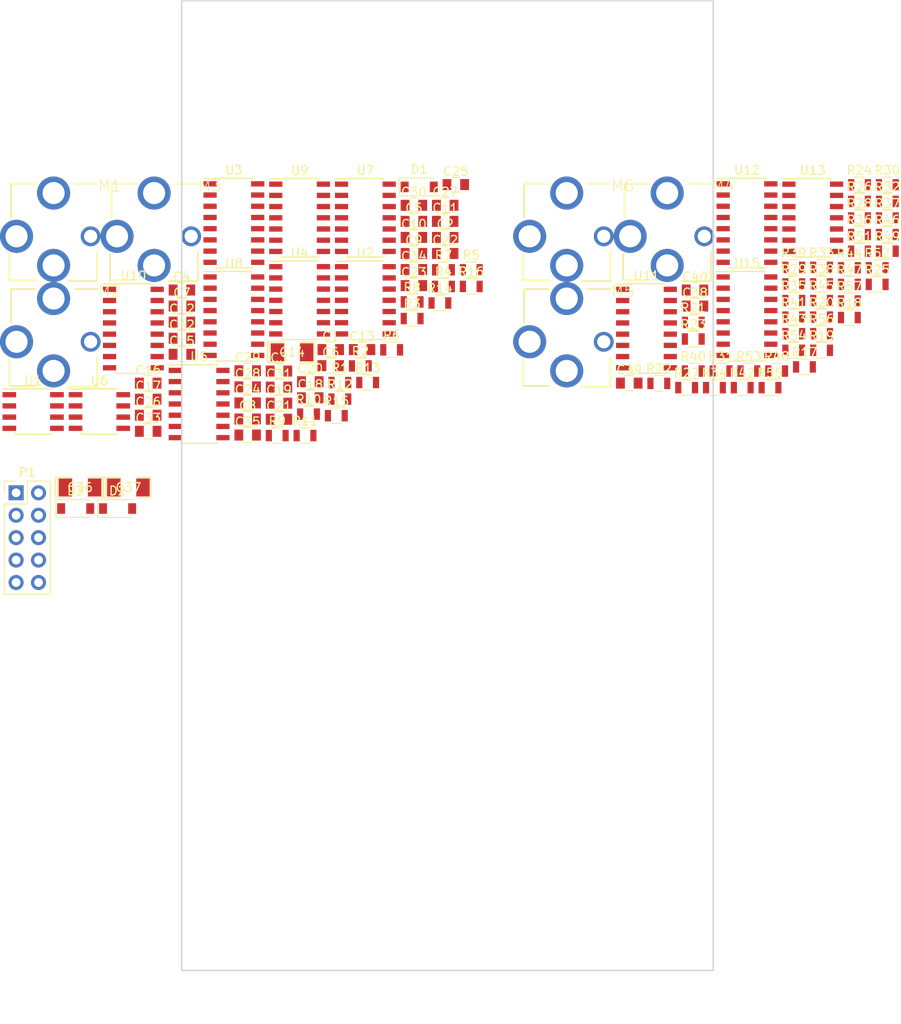
<source format=kicad_pcb>
(kicad_pcb (version 20171130) (host pcbnew 5.0.2+dfsg1-1)
  (layers (0 F.Cu signal) (31 B.Cu signal) (34 B.Paste user) (35 F.Paste user hide) (36 B.SilkS user) (37 F.SilkS user hide) (38 B.Mask user) (39 F.Mask user hide) (44 Edge.Cuts user))
  (net 0 "")
  (net 1 GND)
  (net 2 B2)
  (net 3 "Net-(C3-Pad2)")
  (net 4 "Net-(C5-Pad2)")
  (net 5 "Net-(C7-Pad2)")
  (net 6 "Net-(C8-Pad2)")
  (net 7 "Net-(C11-Pad2)")
  (net 8 RR1)
  (net 9 "Net-(C13-Pad2)")
  (net 10 "Net-(C14-Pad2)")
  (net 11 "Net-(C15-Pad2)")
  (net 12 "Net-(C16-Pad2)")
  (net 13 "Net-(C17-Pad2)")
  (net 14 "Net-(C19-Pad2)")
  (net 15 B3)
  (net 16 "Net-(C24-Pad2)")
  (net 17 "Net-(C26-Pad2)")
  (net 18 "Net-(C27-Pad2)")
  (net 19 "Net-(C28-Pad2)")
  (net 20 "Net-(C29-Pad2)")
  (net 21 "Net-(C30-Pad2)")
  (net 22 "Net-(C32-Pad2)")
  (net 23 "Net-(C33-Pad2)")
  (net 24 "Net-(C35-Pad2)")
  (net 25 +12V)
  (net 26 -12V)
  (net 27 "Net-(D1-Pad2)")
  (net 28 "Net-(D1-Pad1)")
  (net 29 C1)
  (net 30 C2)
  (net 31 C3)
  (net 32 DD1)
  (net 33 B1)
  (net 34 BB1)
  (net 35 "Net-(R13-Pad1)")
  (net 36 BB2)
  (net 37 BB3)
  (net 38 "Net-(R23-Pad1)")
  (net 39 "Net-(R45-Pad1)")
  (net 40 "Net-(R52-Pad1)")
  (net 41 "Net-(R53-Pad1)")
  (net 42 "Net-(R57-Pad2)")
  (net 43 /bintic/C1)
  (net 44 /bintic/C2)
  (net 45 /bintic/C3)
  (net 46 "Net-(D2-Pad1)")
  (net 47 "Net-(D3-Pad2)")
  (net 48 "Net-(C1-Pad2)")
  (net 49 "Net-(C4-Pad2)")
  (net 50 "Net-(C10-Pad2)")
  (net 51 "Net-(C15-Pad1)")
  (net 52 "Net-(C20-Pad2)")
  (net 53 "Net-(C22-Pad2)")
  (net 54 "Net-(C23-Pad2)")
  (net 55 "Net-(C31-Pad2)")
  (net 56 "Net-(M1-Pad3)")
  (net 57 "Net-(M2-Pad3)")
  (net 58 IN)
  (net 59 DAMPCV)
  (net 60 BCV)
  (net 61 SIGCV)
  (net 62 "Net-(R1-Pad1)")
  (net 63 "Net-(R5-Pad1)")
  (net 64 "Net-(R7-Pad1)")
  (net 65 "Net-(R10-Pad2)")
  (net 66 "Net-(R14-Pad1)")
  (net 67 "Net-(R17-Pad2)")
  (net 68 "Net-(R18-Pad1)")
  (net 69 "Net-(R21-Pad2)")
  (net 70 "Net-(R22-Pad2)")
  (net 71 "Net-(R24-Pad1)")
  (net 72 "Net-(R29-Pad1)")
  (net 73 "Net-(R31-Pad1)")
  (net 74 "Net-(R32-Pad1)")
  (net 75 "Net-(R35-Pad1)")
  (net 76 "Net-(R36-Pad1)")
  (net 77 "Net-(R37-Pad1)")
  (net 78 "Net-(R38-Pad2)")
  (net 79 CDAMP)
  (net 80 CSIG)
  (net 81 "Net-(R44-Pad1)")
  (net 82 "Net-(R46-Pad2)")
  (net 83 "Net-(R48-Pad1)")
  (net 84 "Net-(R53-Pad2)")
  (module Capacitors_SMD:C_0805 (layer F.Cu) (at 121.760002 59.11)
    (fp_text reference C1 (at 0 -1.5) (layer F.SilkS))
    (fp_text value 220N)
    (pad 1 smd rect (at -1 0) (size 1 1.25) (layers F.Cu F.Paste F.Mask) (net 32 DD1))
    (pad 2 smd rect (at 1 0) (size 1 1.25) (layers F.Cu F.Paste F.Mask) (net 48 "Net-(C1-Pad2)"))
  )
  (module Capacitors_SMD:C_0805 (layer F.Cu) (at 134.730002 46.4)
    (fp_text reference C2 (at 0 -1.5) (layer F.SilkS))
    (fp_text value 100N)
    (pad 2 smd rect (at 1 0) (size 1 1.25) (layers F.Cu F.Paste F.Mask) (net 1 GND))
    (pad 1 smd rect (at -1 0) (size 1 1.25) (layers F.Cu F.Paste F.Mask) (net 25 +12V))
  )
  (module Capacitors_SMD:C_0805 (layer F.Cu) (at 115.890002 61.54)
    (fp_text reference C3 (at 0 -1.5) (layer F.SilkS))
    (fp_text value 47nF)
    (pad 1 smd rect (at -1 0) (size 1 1.25) (layers F.Cu F.Paste F.Mask) (net 2 B2))
    (pad 2 smd rect (at 1 0) (size 1 1.25) (layers F.Cu F.Paste F.Mask) (net 3 "Net-(C3-Pad2)"))
  )
  (module Capacitors_SMD:C_0805 (layer F.Cu) (at 104.890002 52.36)
    (fp_text reference C4 (at 0 -1.5) (layer F.SilkS))
    (fp_text value 47nF)
    (pad 2 smd rect (at 1 0) (size 1 1.25) (layers F.Cu F.Paste F.Mask) (net 49 "Net-(C4-Pad2)"))
    (pad 1 smd rect (at -1 0) (size 1 1.25) (layers F.Cu F.Paste F.Mask) (net 2 B2))
  )
  (module Capacitors_SMD:C_0805 (layer F.Cu) (at 131.180002 44.58)
    (fp_text reference C5 (at 0 -1.5) (layer F.SilkS))
    (fp_text value 47nF)
    (pad 1 smd rect (at -1 0) (size 1 1.25) (layers F.Cu F.Paste F.Mask) (net 2 B2))
    (pad 2 smd rect (at 1 0) (size 1 1.25) (layers F.Cu F.Paste F.Mask) (net 4 "Net-(C5-Pad2)"))
  )
  (module Capacitors_SMD:C_0805 (layer F.Cu) (at 121.760002 60.93)
    (fp_text reference C6 (at 0 -1.5) (layer F.SilkS))
    (fp_text value 100N)
    (pad 2 smd rect (at 1 0) (size 1 1.25) (layers F.Cu F.Paste F.Mask) (net 1 GND))
    (pad 1 smd rect (at -1 0) (size 1 1.25) (layers F.Cu F.Paste F.Mask) (net 25 +12V))
  )
  (module Capacitors_SMD:C_0805 (layer F.Cu) (at 104.890002 54.18)
    (fp_text reference C7 (at 0 -1.5) (layer F.SilkS))
    (fp_text value 47nF)
    (pad 2 smd rect (at 1 0) (size 1 1.25) (layers F.Cu F.Paste F.Mask) (net 5 "Net-(C7-Pad2)"))
    (pad 1 smd rect (at -1 0) (size 1 1.25) (layers F.Cu F.Paste F.Mask) (net 2 B2))
  )
  (module Capacitors_SMD:C_0805 (layer F.Cu) (at 112.340002 66.97)
    (fp_text reference C8 (at 0 -1.5) (layer F.SilkS))
    (fp_text value 47nF)
    (pad 1 smd rect (at -1 0) (size 1 1.25) (layers F.Cu F.Paste F.Mask) (net 2 B2))
    (pad 2 smd rect (at 1 0) (size 1 1.25) (layers F.Cu F.Paste F.Mask) (net 6 "Net-(C8-Pad2)"))
  )
  (module Capacitors_SMD:C_0805 (layer F.Cu) (at 131.180002 48.22)
    (fp_text reference C9 (at 0 -1.5) (layer F.SilkS))
    (fp_text value 100N)
    (pad 1 smd rect (at -1 0) (size 1 1.25) (layers F.Cu F.Paste F.Mask) (net 1 GND))
    (pad 2 smd rect (at 1 0) (size 1 1.25) (layers F.Cu F.Paste F.Mask) (net 26 -12V))
  )
  (module Capacitors_SMD:C_0805 (layer F.Cu) (at 131.180002 46.4)
    (fp_text reference C10 (at 0 -1.5) (layer F.SilkS))
    (fp_text value 47nF)
    (pad 2 smd rect (at 1 0) (size 1 1.25) (layers F.Cu F.Paste F.Mask) (net 50 "Net-(C10-Pad2)"))
    (pad 1 smd rect (at -1 0) (size 1 1.25) (layers F.Cu F.Paste F.Mask) (net 2 B2))
  )
  (module Capacitors_SMD:C_0805 (layer F.Cu) (at 134.730002 44.58)
    (fp_text reference C11 (at 0 -1.5) (layer F.SilkS))
    (fp_text value 47nF)
    (pad 1 smd rect (at -1 0) (size 1 1.25) (layers F.Cu F.Paste F.Mask) (net 2 B2))
    (pad 2 smd rect (at 1 0) (size 1 1.25) (layers F.Cu F.Paste F.Mask) (net 7 "Net-(C11-Pad2)"))
  )
  (module Capacitors_SMD:C_0805 (layer F.Cu) (at 104.890002 56)
    (fp_text reference C12 (at 0 -1.5) (layer F.SilkS))
    (fp_text value 100nF)
    (pad 2 smd rect (at 1 0) (size 1 1.25) (layers F.Cu F.Paste F.Mask) (net 1 GND))
    (pad 1 smd rect (at -1 0) (size 1 1.25) (layers F.Cu F.Paste F.Mask) (net 25 +12V))
  )
  (module Capacitors_SMD:C_0805 (layer F.Cu) (at 125.310002 59.11)
    (fp_text reference C13 (at 0 -1.5) (layer F.SilkS))
    (fp_text value 47nF)
    (pad 1 smd rect (at -1 0) (size 1 1.25) (layers F.Cu F.Paste F.Mask) (net 2 B2))
    (pad 2 smd rect (at 1 0) (size 1 1.25) (layers F.Cu F.Paste F.Mask) (net 9 "Net-(C13-Pad2)"))
  )
  (module SMD_Packages:SMD-1206_Pol (layer F.Cu) (at 117.374002 59.418)
    (fp_text reference C14 (at 0 0) (layer F.SilkS))
    (fp_text value 10uF)
    (pad 1 smd rect (at -1.651 0) (size 1.524 2.032) (layers F.Cu F.Paste F.Mask) (net 2 B2))
    (pad 2 smd rect (at 1.651 0) (size 1.524 2.032) (layers F.Cu F.Paste F.Mask) (net 10 "Net-(C14-Pad2)"))
  )
  (module Capacitors_SMD:C_0805 (layer F.Cu) (at 104.890002 59.64)
    (fp_text reference C15 (at 0 -1.5) (layer F.SilkS))
    (fp_text value 100pF)
    (pad 2 smd rect (at 1 0) (size 1 1.25) (layers F.Cu F.Paste F.Mask) (net 11 "Net-(C15-Pad2)"))
    (pad 1 smd rect (at -1 0) (size 1 1.25) (layers F.Cu F.Paste F.Mask) (net 51 "Net-(C15-Pad1)"))
  )
  (module Capacitors_SMD:C_0805 (layer F.Cu) (at 101.070002 62.91)
    (fp_text reference C16 (at 0 -1.5) (layer F.SilkS))
    (fp_text value 47nF)
    (pad 1 smd rect (at -1 0) (size 1 1.25) (layers F.Cu F.Paste F.Mask) (net 15 B3))
    (pad 2 smd rect (at 1 0) (size 1 1.25) (layers F.Cu F.Paste F.Mask) (net 12 "Net-(C16-Pad2)"))
  )
  (module Capacitors_SMD:C_0805 (layer F.Cu) (at 101.070002 64.73)
    (fp_text reference C17 (at 0 -1.5) (layer F.SilkS))
    (fp_text value 47nF)
    (pad 2 smd rect (at 1 0) (size 1 1.25) (layers F.Cu F.Paste F.Mask) (net 13 "Net-(C17-Pad2)"))
    (pad 1 smd rect (at -1 0) (size 1 1.25) (layers F.Cu F.Paste F.Mask) (net 15 B3))
  )
  (module Capacitors_SMD:C_0805 (layer F.Cu) (at 119.440002 64.57)
    (fp_text reference C18 (at 0 -1.5) (layer F.SilkS))
    (fp_text value 100N)
    (pad 2 smd rect (at 1 0) (size 1 1.25) (layers F.Cu F.Paste F.Mask) (net 1 GND))
    (pad 1 smd rect (at -1 0) (size 1 1.25) (layers F.Cu F.Paste F.Mask) (net 25 +12V))
  )
  (module Capacitors_SMD:C_0805 (layer F.Cu) (at 115.890002 65.18)
    (fp_text reference C19 (at 0 -1.5) (layer F.SilkS))
    (fp_text value 47nF)
    (pad 1 smd rect (at -1 0) (size 1 1.25) (layers F.Cu F.Paste F.Mask) (net 15 B3))
    (pad 2 smd rect (at 1 0) (size 1 1.25) (layers F.Cu F.Paste F.Mask) (net 14 "Net-(C19-Pad2)"))
  )
  (module Capacitors_SMD:C_0805 (layer F.Cu) (at 119.440002 62.75)
    (fp_text reference C20 (at 0 -1.5) (layer F.SilkS))
    (fp_text value 47nF)
    (pad 2 smd rect (at 1 0) (size 1 1.25) (layers F.Cu F.Paste F.Mask) (net 52 "Net-(C20-Pad2)"))
    (pad 1 smd rect (at -1 0) (size 1 1.25) (layers F.Cu F.Paste F.Mask) (net 15 B3))
  )
  (module Capacitors_SMD:C_0805 (layer F.Cu) (at 115.890002 67)
    (fp_text reference C21 (at 0 -1.5) (layer F.SilkS))
    (fp_text value 100N)
    (pad 1 smd rect (at -1 0) (size 1 1.25) (layers F.Cu F.Paste F.Mask) (net 1 GND))
    (pad 2 smd rect (at 1 0) (size 1 1.25) (layers F.Cu F.Paste F.Mask) (net 26 -12V))
  )
  (module Capacitors_SMD:C_0805 (layer F.Cu) (at 134.730002 48.22)
    (fp_text reference C22 (at 0 -1.5) (layer F.SilkS))
    (fp_text value 47nF)
    (pad 1 smd rect (at -1 0) (size 1 1.25) (layers F.Cu F.Paste F.Mask) (net 15 B3))
    (pad 2 smd rect (at 1 0) (size 1 1.25) (layers F.Cu F.Paste F.Mask) (net 53 "Net-(C22-Pad2)"))
  )
  (module Capacitors_SMD:C_0805 (layer F.Cu) (at 131.180002 51.86)
    (fp_text reference C23 (at 0 -1.5) (layer F.SilkS))
    (fp_text value 47nF)
    (pad 2 smd rect (at 1 0) (size 1 1.25) (layers F.Cu F.Paste F.Mask) (net 54 "Net-(C23-Pad2)"))
    (pad 1 smd rect (at -1 0) (size 1 1.25) (layers F.Cu F.Paste F.Mask) (net 15 B3))
  )
  (module Capacitors_SMD:C_0805 (layer F.Cu) (at 112.340002 65.15)
    (fp_text reference C24 (at 0 -1.5) (layer F.SilkS))
    (fp_text value 47nF)
    (pad 2 smd rect (at 1 0) (size 1 1.25) (layers F.Cu F.Paste F.Mask) (net 16 "Net-(C24-Pad2)"))
    (pad 1 smd rect (at -1 0) (size 1 1.25) (layers F.Cu F.Paste F.Mask) (net 15 B3))
  )
  (module Capacitors_SMD:C_0805 (layer F.Cu) (at 135.930002 40.41)
    (fp_text reference C25 (at 0 -1.5) (layer F.SilkS))
    (fp_text value 100nF)
    (pad 1 smd rect (at -1 0) (size 1 1.25) (layers F.Cu F.Paste F.Mask) (net 25 +12V))
    (pad 2 smd rect (at 1 0) (size 1 1.25) (layers F.Cu F.Paste F.Mask) (net 1 GND))
  )
  (module Capacitors_SMD:C_0805 (layer F.Cu) (at 101.070002 66.55)
    (fp_text reference C26 (at 0 -1.5) (layer F.SilkS))
    (fp_text value 47nF)
    (pad 2 smd rect (at 1 0) (size 1 1.25) (layers F.Cu F.Paste F.Mask) (net 17 "Net-(C26-Pad2)"))
    (pad 1 smd rect (at -1 0) (size 1 1.25) (layers F.Cu F.Paste F.Mask) (net 15 B3))
  )
  (module Capacitors_SMD:C_0805 (layer F.Cu) (at 134.730002 42.76)
    (fp_text reference C27 (at 0 -1.5) (layer F.SilkS))
    (fp_text value 47nF)
    (pad 1 smd rect (at -1 0) (size 1 1.25) (layers F.Cu F.Paste F.Mask) (net 8 RR1))
    (pad 2 smd rect (at 1 0) (size 1 1.25) (layers F.Cu F.Paste F.Mask) (net 18 "Net-(C27-Pad2)"))
  )
  (module Capacitors_SMD:C_0805 (layer F.Cu) (at 112.340002 63.33)
    (fp_text reference C28 (at 0 -1.5) (layer F.SilkS))
    (fp_text value 47nF)
    (pad 2 smd rect (at 1 0) (size 1 1.25) (layers F.Cu F.Paste F.Mask) (net 19 "Net-(C28-Pad2)"))
    (pad 1 smd rect (at -1 0) (size 1 1.25) (layers F.Cu F.Paste F.Mask) (net 8 RR1))
  )
  (module Capacitors_SMD:C_0805 (layer F.Cu) (at 112.340002 61.51)
    (fp_text reference C29 (at 0 -1.5) (layer F.SilkS))
    (fp_text value 47nF)
    (pad 1 smd rect (at -1 0) (size 1 1.25) (layers F.Cu F.Paste F.Mask) (net 8 RR1))
    (pad 2 smd rect (at 1 0) (size 1 1.25) (layers F.Cu F.Paste F.Mask) (net 20 "Net-(C29-Pad2)"))
  )
  (module Capacitors_SMD:C_0805 (layer F.Cu) (at 131.180002 42.76)
    (fp_text reference C30 (at 0 -1.5) (layer F.SilkS))
    (fp_text value 47nF)
    (pad 2 smd rect (at 1 0) (size 1 1.25) (layers F.Cu F.Paste F.Mask) (net 21 "Net-(C30-Pad2)"))
    (pad 1 smd rect (at -1 0) (size 1 1.25) (layers F.Cu F.Paste F.Mask) (net 8 RR1))
  )
  (module Capacitors_SMD:C_0805 (layer F.Cu) (at 115.890002 63.36)
    (fp_text reference C31 (at 0 -1.5) (layer F.SilkS))
    (fp_text value 47nF)
    (pad 1 smd rect (at -1 0) (size 1 1.25) (layers F.Cu F.Paste F.Mask) (net 8 RR1))
    (pad 2 smd rect (at 1 0) (size 1 1.25) (layers F.Cu F.Paste F.Mask) (net 55 "Net-(C31-Pad2)"))
  )
  (module Capacitors_SMD:C_0805 (layer F.Cu) (at 104.890002 57.82)
    (fp_text reference C32 (at 0 -1.5) (layer F.SilkS))
    (fp_text value 47nF)
    (pad 2 smd rect (at 1 0) (size 1 1.25) (layers F.Cu F.Paste F.Mask) (net 22 "Net-(C32-Pad2)"))
    (pad 1 smd rect (at -1 0) (size 1 1.25) (layers F.Cu F.Paste F.Mask) (net 8 RR1))
  )
  (module Capacitors_SMD:C_0805 (layer F.Cu) (at 101.070002 68.37)
    (fp_text reference C33 (at 0 -1.5) (layer F.SilkS))
    (fp_text value 47nF)
    (pad 1 smd rect (at -1 0) (size 1 1.25) (layers F.Cu F.Paste F.Mask) (net 8 RR1))
    (pad 2 smd rect (at 1 0) (size 1 1.25) (layers F.Cu F.Paste F.Mask) (net 23 "Net-(C33-Pad2)"))
  )
  (module Capacitors_SMD:C_0805 (layer F.Cu) (at 131.180002 50.04)
    (fp_text reference C34 (at 0 -1.5) (layer F.SilkS))
    (fp_text value 100nF)
    (pad 1 smd rect (at -1 0) (size 1 1.25) (layers F.Cu F.Paste F.Mask) (net 25 +12V))
    (pad 2 smd rect (at 1 0) (size 1 1.25) (layers F.Cu F.Paste F.Mask) (net 1 GND))
  )
  (module Capacitors_SMD:C_0805 (layer F.Cu) (at 112.340002 68.79)
    (fp_text reference C35 (at 0 -1.5) (layer F.SilkS))
    (fp_text value 47nF)
    (pad 2 smd rect (at 1 0) (size 1 1.25) (layers F.Cu F.Paste F.Mask) (net 24 "Net-(C35-Pad2)"))
    (pad 1 smd rect (at -1 0) (size 1 1.25) (layers F.Cu F.Paste F.Mask) (net 8 RR1))
  )
  (module SMD_Packages:SMD-1206_Pol (layer F.Cu) (at 93.344002 74.728)
    (fp_text reference C36 (at 0 0) (layer F.SilkS))
    (fp_text value 10u)
    (pad 2 smd rect (at 1.651 0) (size 1.524 2.032) (layers F.Cu F.Paste F.Mask) (net 1 GND))
    (pad 1 smd rect (at -1.651 0) (size 1.524 2.032) (layers F.Cu F.Paste F.Mask) (net 25 +12V))
  )
  (module SMD_Packages:SMD-1206_Pol (layer F.Cu) (at 98.824002 74.728)
    (fp_text reference C37 (at 0 0) (layer F.SilkS))
    (fp_text value 10u)
    (pad 1 smd rect (at -1.651 0) (size 1.524 2.032) (layers F.Cu F.Paste F.Mask) (net 1 GND))
    (pad 2 smd rect (at 1.651 0) (size 1.524 2.032) (layers F.Cu F.Paste F.Mask) (net 26 -12V))
  )
  (module Capacitors_SMD:C_0805 (layer F.Cu) (at 163.040002 54.18)
    (fp_text reference C38 (at 0 -1.5) (layer F.SilkS))
    (fp_text value 100N)
    (pad 1 smd rect (at -1 0) (size 1 1.25) (layers F.Cu F.Paste F.Mask) (net 25 +12V))
    (pad 2 smd rect (at 1 0) (size 1 1.25) (layers F.Cu F.Paste F.Mask) (net 1 GND))
  )
  (module Capacitors_SMD:C_0805 (layer F.Cu) (at 155.590002 62.91)
    (fp_text reference C39 (at 0 -1.5) (layer F.SilkS))
    (fp_text value 100N)
    (pad 1 smd rect (at -1 0) (size 1 1.25) (layers F.Cu F.Paste F.Mask) (net 25 +12V))
    (pad 2 smd rect (at 1 0) (size 1 1.25) (layers F.Cu F.Paste F.Mask) (net 1 GND))
  )
  (module Capacitors_SMD:C_0805 (layer F.Cu) (at 163.040002 52.36)
    (fp_text reference C40 (at 0 -1.5) (layer F.SilkS))
    (fp_text value 100N)
    (pad 2 smd rect (at 1 0) (size 1 1.25) (layers F.Cu F.Paste F.Mask) (net 1 GND))
    (pad 1 smd rect (at -1 0) (size 1 1.25) (layers F.Cu F.Paste F.Mask) (net 25 +12V))
  )
  (module Diodes_SMD:D_SOD-123 (layer F.Cu) (at 131.780002 40.675)
    (fp_text reference D1 (at 0 -2) (layer F.SilkS))
    (fp_text value 1N4148)
    (pad 1 smd rect (at -1.65 0) (size 0.9 1.2) (layers F.Cu F.Paste F.Mask) (net 28 "Net-(D1-Pad1)"))
    (pad 2 smd rect (at 1.65 0) (size 0.9 1.2) (layers F.Cu F.Paste F.Mask) (net 27 "Net-(D1-Pad2)"))
  )
  (module Diodes_SMD:D_SOD-123 (layer F.Cu) (at 97.600002 77.115)
    (fp_text reference D2 (at 0 -2) (layer F.SilkS))
    (fp_text value 1N5158)
    (pad 2 smd rect (at 1.65 0) (size 0.9 1.2) (layers F.Cu F.Paste F.Mask) (net 26 -12V))
    (pad 1 smd rect (at -1.65 0) (size 0.9 1.2) (layers F.Cu F.Paste F.Mask) (net 46 "Net-(D2-Pad1)"))
  )
  (module Diodes_SMD:D_SOD-123 (layer F.Cu) (at 92.850002 77.115)
    (fp_text reference D3 (at 0 -2) (layer F.SilkS))
    (fp_text value 1N5158)
    (pad 2 smd rect (at 1.65 0) (size 0.9 1.2) (layers F.Cu F.Paste F.Mask) (net 47 "Net-(D3-Pad2)"))
    (pad 1 smd rect (at -1.65 0) (size 0.9 1.2) (layers F.Cu F.Paste F.Mask) (net 25 +12V))
  )
  (module erthenvar:ERTHENVAR-JACK (layer F.Cu) (at 90.348141 46.274179)
    (fp_text reference M1 (at 6.35 -5.715) (layer F.SilkS) (effects (font (size 1.27 1.27) (thickness 0.1016))))
    (fp_text value AUDIO-JACKERTHENVAR hide)
    (pad 1@2 thru_hole oval (at 4.19862 0 90) (size 2.2479 2.2479) (drill 1.4986) (layers *.Cu *.Mask) (net 1 GND))
    (pad 2 thru_hole oval (at 0 3.29946 90) (size 3.74904 3.74904) (drill 2.49936) (layers *.Cu *.Mask))
    (pad 3 thru_hole oval (at 0 -4.89966 90) (size 3.74904 3.74904) (drill 2.49936) (layers *.Cu *.Mask) (net 56 "Net-(M1-Pad3)"))
    (pad 1@1 thru_hole oval (at -4.19862 0 90) (size 3.74904 3.74904) (drill 2.49936) (layers *.Cu *.Mask) (net 1 GND))
  )
  (module erthenvar:ERTHENVAR-JACK (layer F.Cu) (at 90.348141 58.224179)
    (fp_text reference M2 (at 6.35 -5.715) (layer F.SilkS) (effects (font (size 1.27 1.27) (thickness 0.1016))))
    (fp_text value AUDIO-JACKERTHENVAR hide)
    (pad 1@1 thru_hole oval (at -4.19862 0 90) (size 3.74904 3.74904) (drill 2.49936) (layers *.Cu *.Mask) (net 1 GND))
    (pad 3 thru_hole oval (at 0 -4.89966 90) (size 3.74904 3.74904) (drill 2.49936) (layers *.Cu *.Mask) (net 57 "Net-(M2-Pad3)"))
    (pad 2 thru_hole oval (at 0 3.29946 90) (size 3.74904 3.74904) (drill 2.49936) (layers *.Cu *.Mask))
    (pad 1@2 thru_hole oval (at 4.19862 0 90) (size 2.2479 2.2479) (drill 1.4986) (layers *.Cu *.Mask) (net 1 GND))
  )
  (module erthenvar:ERTHENVAR-JACK (layer F.Cu) (at 101.738141 46.274179)
    (fp_text reference M3 (at 6.35 -5.715) (layer F.SilkS) (effects (font (size 1.27 1.27) (thickness 0.1016))))
    (fp_text value AUDIO-JACKERTHENVAR hide)
    (pad 1@1 thru_hole oval (at -4.19862 0 90) (size 3.74904 3.74904) (drill 2.49936) (layers *.Cu *.Mask) (net 1 GND))
    (pad 3 thru_hole oval (at 0 -4.89966 90) (size 3.74904 3.74904) (drill 2.49936) (layers *.Cu *.Mask) (net 58 IN))
    (pad 2 thru_hole oval (at 0 3.29946 90) (size 3.74904 3.74904) (drill 2.49936) (layers *.Cu *.Mask))
    (pad 1@2 thru_hole oval (at 4.19862 0 90) (size 2.2479 2.2479) (drill 1.4986) (layers *.Cu *.Mask) (net 1 GND))
  )
  (module erthenvar:ERTHENVAR-JACK (layer F.Cu) (at 159.888141 46.274179)
    (fp_text reference M4 (at 6.35 -5.715) (layer F.SilkS) (effects (font (size 1.27 1.27) (thickness 0.1016))))
    (fp_text value AUDIO-JACKERTHENVAR hide)
    (pad 1@1 thru_hole oval (at -4.19862 0 90) (size 3.74904 3.74904) (drill 2.49936) (layers *.Cu *.Mask) (net 1 GND))
    (pad 3 thru_hole oval (at 0 -4.89966 90) (size 3.74904 3.74904) (drill 2.49936) (layers *.Cu *.Mask) (net 59 DAMPCV))
    (pad 2 thru_hole oval (at 0 3.29946 90) (size 3.74904 3.74904) (drill 2.49936) (layers *.Cu *.Mask))
    (pad 1@2 thru_hole oval (at 4.19862 0 90) (size 2.2479 2.2479) (drill 1.4986) (layers *.Cu *.Mask) (net 1 GND))
  )
  (module erthenvar:ERTHENVAR-JACK (layer F.Cu) (at 148.498141 58.224179)
    (fp_text reference M5 (at 6.35 -5.715) (layer F.SilkS) (effects (font (size 1.27 1.27) (thickness 0.1016))))
    (fp_text value AUDIO-JACKERTHENVAR hide)
    (pad 1@2 thru_hole oval (at 4.19862 0 90) (size 2.2479 2.2479) (drill 1.4986) (layers *.Cu *.Mask) (net 1 GND))
    (pad 2 thru_hole oval (at 0 3.29946 90) (size 3.74904 3.74904) (drill 2.49936) (layers *.Cu *.Mask))
    (pad 3 thru_hole oval (at 0 -4.89966 90) (size 3.74904 3.74904) (drill 2.49936) (layers *.Cu *.Mask) (net 60 BCV))
    (pad 1@1 thru_hole oval (at -4.19862 0 90) (size 3.74904 3.74904) (drill 2.49936) (layers *.Cu *.Mask) (net 1 GND))
  )
  (module erthenvar:ERTHENVAR-JACK (layer F.Cu) (at 148.498141 46.274179)
    (fp_text reference M6 (at 6.35 -5.715) (layer F.SilkS) (effects (font (size 1.27 1.27) (thickness 0.1016))))
    (fp_text value AUDIO-JACKERTHENVAR hide)
    (pad 1@2 thru_hole oval (at 4.19862 0 90) (size 2.2479 2.2479) (drill 1.4986) (layers *.Cu *.Mask) (net 1 GND))
    (pad 2 thru_hole oval (at 0 3.29946 90) (size 3.74904 3.74904) (drill 2.49936) (layers *.Cu *.Mask))
    (pad 3 thru_hole oval (at 0 -4.89966 90) (size 3.74904 3.74904) (drill 2.49936) (layers *.Cu *.Mask) (net 61 SIGCV))
    (pad 1@1 thru_hole oval (at -4.19862 0 90) (size 3.74904 3.74904) (drill 2.49936) (layers *.Cu *.Mask) (net 1 GND))
  )
  (module Pin_Headers:Pin_Header_Straight_2x05_Pitch2.54mm (layer F.Cu) (at 86.100002 75.335)
    (fp_text reference P1 (at 1.27 -2.33) (layer F.SilkS))
    (fp_text value CONN_02X05)
    (pad 1 thru_hole rect (at 0 0) (size 1.7 1.7) (drill 1) (layers *.Cu *.Mask) (net 47 "Net-(D3-Pad2)"))
    (pad 2 thru_hole oval (at 2.54 0) (size 1.7 1.7) (drill 1) (layers *.Cu *.Mask) (net 47 "Net-(D3-Pad2)"))
    (pad 3 thru_hole oval (at 0 2.54) (size 1.7 1.7) (drill 1) (layers *.Cu *.Mask) (net 1 GND))
    (pad 4 thru_hole oval (at 2.54 2.54) (size 1.7 1.7) (drill 1) (layers *.Cu *.Mask) (net 1 GND))
    (pad 5 thru_hole oval (at 0 5.08) (size 1.7 1.7) (drill 1) (layers *.Cu *.Mask) (net 1 GND))
    (pad 6 thru_hole oval (at 2.54 5.08) (size 1.7 1.7) (drill 1) (layers *.Cu *.Mask) (net 1 GND))
    (pad 7 thru_hole oval (at 0 7.62) (size 1.7 1.7) (drill 1) (layers *.Cu *.Mask) (net 1 GND))
    (pad 8 thru_hole oval (at 2.54 7.62) (size 1.7 1.7) (drill 1) (layers *.Cu *.Mask) (net 1 GND))
    (pad 9 thru_hole oval (at 0 10.16) (size 1.7 1.7) (drill 1) (layers *.Cu *.Mask) (net 46 "Net-(D2-Pad1)"))
    (pad 10 thru_hole oval (at 2.54 10.16) (size 1.7 1.7) (drill 1) (layers *.Cu *.Mask) (net 46 "Net-(D2-Pad1)"))
  )
  (module Resistors_SMD:R_0805 (layer F.Cu) (at 122.790002 62.84)
    (fp_text reference R1 (at 0 -1.65) (layer F.SilkS))
    (fp_text value 47K)
    (pad 2 smd rect (at 0.95 0) (size 0.7 1.3) (layers F.Cu F.Paste F.Mask) (net 25 +12V))
    (pad 1 smd rect (at -0.95 0) (size 0.7 1.3) (layers F.Cu F.Paste F.Mask) (net 62 "Net-(R1-Pad1)"))
  )
  (module Resistors_SMD:R_0805 (layer F.Cu) (at 125.110002 60.96)
    (fp_text reference R2 (at 0 -1.65) (layer F.SilkS))
    (fp_text value 10K)
    (pad 1 smd rect (at -0.95 0) (size 0.7 1.3) (layers F.Cu F.Paste F.Mask) (net 1 GND))
    (pad 2 smd rect (at 0.95 0) (size 0.7 1.3) (layers F.Cu F.Paste F.Mask) (net 62 "Net-(R1-Pad1)"))
  )
  (module Resistors_SMD:R_0805 (layer F.Cu) (at 130.980002 55.59)
    (fp_text reference R3 (at 0 -1.65) (layer F.SilkS))
    (fp_text value 100K)
    (pad 2 smd rect (at 0.95 0) (size 0.7 1.3) (layers F.Cu F.Paste F.Mask) (net 56 "Net-(M1-Pad3)"))
    (pad 1 smd rect (at -0.95 0) (size 0.7 1.3) (layers F.Cu F.Paste F.Mask) (net 1 GND))
  )
  (module Resistors_SMD:R_0805 (layer F.Cu) (at 134.530002 51.95)
    (fp_text reference R4 (at 0 -1.65) (layer F.SilkS))
    (fp_text value 33K)
    (pad 1 smd rect (at -0.95 0) (size 0.7 1.3) (layers F.Cu F.Paste F.Mask) (net 48 "Net-(C1-Pad2)"))
    (pad 2 smd rect (at 0.95 0) (size 0.7 1.3) (layers F.Cu F.Paste F.Mask) (net 58 IN))
  )
  (module Resistors_SMD:R_0805 (layer F.Cu) (at 137.680002 50.07)
    (fp_text reference R5 (at 0 -1.65) (layer F.SilkS))
    (fp_text value 10K)
    (pad 1 smd rect (at -0.95 0) (size 0.7 1.3) (layers F.Cu F.Paste F.Mask) (net 63 "Net-(R5-Pad1)"))
    (pad 2 smd rect (at 0.95 0) (size 0.7 1.3) (layers F.Cu F.Paste F.Mask) (net 56 "Net-(M1-Pad3)"))
  )
  (module Resistors_SMD:R_0805 (layer F.Cu) (at 128.660002 59.14)
    (fp_text reference R6 (at 0 -1.65) (layer F.SilkS))
    (fp_text value 56K)
    (pad 2 smd rect (at 0.95 0) (size 0.7 1.3) (layers F.Cu F.Paste F.Mask) (net 1 GND))
    (pad 1 smd rect (at -0.95 0) (size 0.7 1.3) (layers F.Cu F.Paste F.Mask) (net 32 DD1))
  )
  (module Resistors_SMD:R_0805 (layer F.Cu) (at 134.530002 50.07)
    (fp_text reference R7 (at 0 -1.65) (layer F.SilkS))
    (fp_text value 100R)
    (pad 2 smd rect (at 0.95 0) (size 0.7 1.3) (layers F.Cu F.Paste F.Mask) (net 25 +12V))
    (pad 1 smd rect (at -0.95 0) (size 0.7 1.3) (layers F.Cu F.Paste F.Mask) (net 64 "Net-(R7-Pad1)"))
  )
  (module Resistors_SMD:R_0805 (layer F.Cu) (at 130.980002 53.71)
    (fp_text reference R8 (at 0 -1.65) (layer F.SilkS))
    (fp_text value 56K)
    (pad 1 smd rect (at -0.95 0) (size 0.7 1.3) (layers F.Cu F.Paste F.Mask) (net 15 B3))
    (pad 2 smd rect (at 0.95 0) (size 0.7 1.3) (layers F.Cu F.Paste F.Mask) (net 32 DD1))
  )
  (module Resistors_SMD:R_0805 (layer F.Cu) (at 115.690002 68.85)
    (fp_text reference R9 (at 0 -1.65) (layer F.SilkS))
    (fp_text value 56K)
    (pad 2 smd rect (at 0.95 0) (size 0.7 1.3) (layers F.Cu F.Paste F.Mask) (net 32 DD1))
    (pad 1 smd rect (at -0.95 0) (size 0.7 1.3) (layers F.Cu F.Paste F.Mask) (net 33 B1))
  )
  (module Resistors_SMD:R_0805 (layer F.Cu) (at 119.240002 66.42)
    (fp_text reference R10 (at 0 -1.65) (layer F.SilkS))
    (fp_text value 1K)
    (pad 1 smd rect (at -0.95 0) (size 0.7 1.3) (layers F.Cu F.Paste F.Mask) (net 27 "Net-(D1-Pad2)"))
    (pad 2 smd rect (at 0.95 0) (size 0.7 1.3) (layers F.Cu F.Paste F.Mask) (net 65 "Net-(R10-Pad2)"))
  )
  (module Resistors_SMD:R_0805 (layer F.Cu) (at 118.840002 68.85)
    (fp_text reference R11 (at 0 -1.65) (layer F.SilkS))
    (fp_text value 47K)
    (pad 2 smd rect (at 0.95 0) (size 0.7 1.3) (layers F.Cu F.Paste F.Mask) (net 28 "Net-(D1-Pad1)"))
    (pad 1 smd rect (at -0.95 0) (size 0.7 1.3) (layers F.Cu F.Paste F.Mask) (net 1 GND))
  )
  (module Resistors_SMD:R_0805 (layer F.Cu) (at 122.790002 64.72)
    (fp_text reference R12 (at 0 -1.65) (layer F.SilkS))
    (fp_text value 10K)
    (pad 2 smd rect (at 0.95 0) (size 0.7 1.3) (layers F.Cu F.Paste F.Mask) (net 10 "Net-(C14-Pad2)"))
    (pad 1 smd rect (at -0.95 0) (size 0.7 1.3) (layers F.Cu F.Paste F.Mask) (net 11 "Net-(C15-Pad2)"))
  )
  (module Resistors_SMD:R_0805 (layer F.Cu) (at 125.940002 62.84)
    (fp_text reference R13 (at 0 -1.65) (layer F.SilkS))
    (fp_text value 10K)
    (pad 2 smd rect (at 0.95 0) (size 0.7 1.3) (layers F.Cu F.Paste F.Mask) (net 1 GND))
    (pad 1 smd rect (at -0.95 0) (size 0.7 1.3) (layers F.Cu F.Paste F.Mask) (net 35 "Net-(R13-Pad1)"))
  )
  (module Resistors_SMD:R_0805 (layer F.Cu) (at 134.130002 53.83)
    (fp_text reference R14 (at 0 -1.65) (layer F.SilkS))
    (fp_text value 100R)
    (pad 1 smd rect (at -0.95 0) (size 0.7 1.3) (layers F.Cu F.Paste F.Mask) (net 66 "Net-(R14-Pad1)"))
    (pad 2 smd rect (at 0.95 0) (size 0.7 1.3) (layers F.Cu F.Paste F.Mask) (net 25 +12V))
  )
  (module Resistors_SMD:R_0805 (layer F.Cu) (at 122.390002 66.6)
    (fp_text reference R15 (at 0 -1.65) (layer F.SilkS))
    (fp_text value 10K)
    (pad 2 smd rect (at 0.95 0) (size 0.7 1.3) (layers F.Cu F.Paste F.Mask) (net 11 "Net-(C15-Pad2)"))
    (pad 1 smd rect (at -0.95 0) (size 0.7 1.3) (layers F.Cu F.Paste F.Mask) (net 57 "Net-(M2-Pad3)"))
  )
  (module Resistors_SMD:R_0805 (layer F.Cu) (at 137.680002 51.95)
    (fp_text reference R16 (at 0 -1.65) (layer F.SilkS))
    (fp_text value 330R)
    (pad 1 smd rect (at -0.95 0) (size 0.7 1.3) (layers F.Cu F.Paste F.Mask) (net 57 "Net-(M2-Pad3)"))
    (pad 2 smd rect (at 0.95 0) (size 0.7 1.3) (layers F.Cu F.Paste F.Mask) (net 51 "Net-(C15-Pad1)"))
  )
  (module Resistors_SMD:R_0805 (layer F.Cu) (at 175.440002 61.07)
    (fp_text reference R17 (at 0 -1.65) (layer F.SilkS))
    (fp_text value 10K)
    (pad 2 smd rect (at 0.95 0) (size 0.7 1.3) (layers F.Cu F.Paste F.Mask) (net 67 "Net-(R17-Pad2)"))
    (pad 1 smd rect (at -0.95 0) (size 0.7 1.3) (layers F.Cu F.Paste F.Mask) (net 25 +12V))
  )
  (module Resistors_SMD:R_0805 (layer F.Cu) (at 180.530002 55.48)
    (fp_text reference R18 (at 0 -1.65) (layer F.SilkS))
    (fp_text value 47k)
    (pad 2 smd rect (at 0.95 0) (size 0.7 1.3) (layers F.Cu F.Paste F.Mask) (net 15 B3))
    (pad 1 smd rect (at -0.95 0) (size 0.7 1.3) (layers F.Cu F.Paste F.Mask) (net 68 "Net-(R18-Pad1)"))
  )
  (module Resistors_SMD:R_0805 (layer F.Cu) (at 177.380002 59.19)
    (fp_text reference R19 (at 0 -1.65) (layer F.SilkS))
    (fp_text value 10K)
    (pad 1 smd rect (at -0.95 0) (size 0.7 1.3) (layers F.Cu F.Paste F.Mask) (net 1 GND))
    (pad 2 smd rect (at 0.95 0) (size 0.7 1.3) (layers F.Cu F.Paste F.Mask) (net 67 "Net-(R17-Pad2)"))
  )
  (module Resistors_SMD:R_0805 (layer F.Cu) (at 177.380002 55.43)
    (fp_text reference R20 (at 0 -1.65) (layer F.SilkS))
    (fp_text value 1K)
    (pad 1 smd rect (at -0.95 0) (size 0.7 1.3) (layers F.Cu F.Paste F.Mask) (net 67 "Net-(R17-Pad2)"))
    (pad 2 smd rect (at 0.95 0) (size 0.7 1.3) (layers F.Cu F.Paste F.Mask) (net 68 "Net-(R18-Pad1)"))
  )
  (module Resistors_SMD:R_0805 (layer F.Cu) (at 162.840002 56.03)
    (fp_text reference R21 (at 0 -1.65) (layer F.SilkS))
    (fp_text value 10K)
    (pad 1 smd rect (at -0.95 0) (size 0.7 1.3) (layers F.Cu F.Paste F.Mask) (net 25 +12V))
    (pad 2 smd rect (at 0.95 0) (size 0.7 1.3) (layers F.Cu F.Paste F.Mask) (net 69 "Net-(R21-Pad2)"))
  )
  (module Resistors_SMD:R_0805 (layer F.Cu) (at 158.940002 62.94)
    (fp_text reference R22 (at 0 -1.65) (layer F.SilkS))
    (fp_text value 10K)
    (pad 1 smd rect (at -0.95 0) (size 0.7 1.3) (layers F.Cu F.Paste F.Mask) (net 25 +12V))
    (pad 2 smd rect (at 0.95 0) (size 0.7 1.3) (layers F.Cu F.Paste F.Mask) (net 70 "Net-(R22-Pad2)"))
  )
  (module Resistors_SMD:R_0805 (layer F.Cu) (at 162.840002 57.91)
    (fp_text reference R23 (at 0 -1.65) (layer F.SilkS))
    (fp_text value 47k)
    (pad 1 smd rect (at -0.95 0) (size 0.7 1.3) (layers F.Cu F.Paste F.Mask) (net 38 "Net-(R23-Pad1)"))
    (pad 2 smd rect (at 0.95 0) (size 0.7 1.3) (layers F.Cu F.Paste F.Mask) (net 33 B1))
  )
  (module Resistors_SMD:R_0805 (layer F.Cu) (at 181.680002 40.44)
    (fp_text reference R24 (at 0 -1.65) (layer F.SilkS))
    (fp_text value 47k)
    (pad 1 smd rect (at -0.95 0) (size 0.7 1.3) (layers F.Cu F.Paste F.Mask) (net 71 "Net-(R24-Pad1)"))
    (pad 2 smd rect (at 0.95 0) (size 0.7 1.3) (layers F.Cu F.Paste F.Mask) (net 2 B2))
  )
  (module Resistors_SMD:R_0805 (layer F.Cu) (at 183.680002 51.72)
    (fp_text reference R25 (at 0 -1.65) (layer F.SilkS))
    (fp_text value 10K)
    (pad 2 smd rect (at 0.95 0) (size 0.7 1.3) (layers F.Cu F.Paste F.Mask) (net 69 "Net-(R21-Pad2)"))
    (pad 1 smd rect (at -0.95 0) (size 0.7 1.3) (layers F.Cu F.Paste F.Mask) (net 1 GND))
  )
  (module Resistors_SMD:R_0805 (layer F.Cu) (at 181.680002 42.32)
    (fp_text reference R26 (at 0 -1.65) (layer F.SilkS))
    (fp_text value 10K)
    (pad 1 smd rect (at -0.95 0) (size 0.7 1.3) (layers F.Cu F.Paste F.Mask) (net 1 GND))
    (pad 2 smd rect (at 0.95 0) (size 0.7 1.3) (layers F.Cu F.Paste F.Mask) (net 70 "Net-(R22-Pad2)"))
  )
  (module Resistors_SMD:R_0805 (layer F.Cu) (at 162.090002 63.42)
    (fp_text reference R27 (at 0 -1.65) (layer F.SilkS))
    (fp_text value 1K)
    (pad 2 smd rect (at 0.95 0) (size 0.7 1.3) (layers F.Cu F.Paste F.Mask) (net 38 "Net-(R23-Pad1)"))
    (pad 1 smd rect (at -0.95 0) (size 0.7 1.3) (layers F.Cu F.Paste F.Mask) (net 69 "Net-(R21-Pad2)"))
  )
  (module Resistors_SMD:R_0805 (layer F.Cu) (at 181.680002 44.2)
    (fp_text reference R28 (at 0 -1.65) (layer F.SilkS))
    (fp_text value 1K)
    (pad 2 smd rect (at 0.95 0) (size 0.7 1.3) (layers F.Cu F.Paste F.Mask) (net 71 "Net-(R24-Pad1)"))
    (pad 1 smd rect (at -0.95 0) (size 0.7 1.3) (layers F.Cu F.Paste F.Mask) (net 70 "Net-(R22-Pad2)"))
  )
  (module Resistors_SMD:R_0805 (layer F.Cu) (at 174.230002 51.67)
    (fp_text reference R29 (at 0 -1.65) (layer F.SilkS))
    (fp_text value 10K)
    (pad 1 smd rect (at -0.95 0) (size 0.7 1.3) (layers F.Cu F.Paste F.Mask) (net 72 "Net-(R29-Pad1)"))
    (pad 2 smd rect (at 0.95 0) (size 0.7 1.3) (layers F.Cu F.Paste F.Mask) (net 25 +12V))
  )
  (module Resistors_SMD:R_0805 (layer F.Cu) (at 184.830002 40.44)
    (fp_text reference R30 (at 0 -1.65) (layer F.SilkS))
    (fp_text value 10K)
    (pad 2 smd rect (at 0.95 0) (size 0.7 1.3) (layers F.Cu F.Paste F.Mask) (net 1 GND))
    (pad 1 smd rect (at -0.95 0) (size 0.7 1.3) (layers F.Cu F.Paste F.Mask) (net 72 "Net-(R29-Pad1)"))
  )
  (module Resistors_SMD:R_0805 (layer F.Cu) (at 165.990002 61.54)
    (fp_text reference R31 (at 0 -1.65) (layer F.SilkS))
    (fp_text value 10K)
    (pad 2 smd rect (at 0.95 0) (size 0.7 1.3) (layers F.Cu F.Paste F.Mask) (net 25 +12V))
    (pad 1 smd rect (at -0.95 0) (size 0.7 1.3) (layers F.Cu F.Paste F.Mask) (net 73 "Net-(R31-Pad1)"))
  )
  (module Resistors_SMD:R_0805 (layer F.Cu) (at 184.830002 42.32)
    (fp_text reference R32 (at 0 -1.65) (layer F.SilkS))
    (fp_text value 10K)
    (pad 1 smd rect (at -0.95 0) (size 0.7 1.3) (layers F.Cu F.Paste F.Mask) (net 74 "Net-(R32-Pad1)"))
    (pad 2 smd rect (at 0.95 0) (size 0.7 1.3) (layers F.Cu F.Paste F.Mask) (net 25 +12V))
  )
  (module Resistors_SMD:R_0805 (layer F.Cu) (at 177.380002 49.79)
    (fp_text reference R33 (at 0 -1.65) (layer F.SilkS))
    (fp_text value 10K)
    (pad 2 smd rect (at 0.95 0) (size 0.7 1.3) (layers F.Cu F.Paste F.Mask) (net 1 GND))
    (pad 1 smd rect (at -0.95 0) (size 0.7 1.3) (layers F.Cu F.Paste F.Mask) (net 73 "Net-(R31-Pad1)"))
  )
  (module Resistors_SMD:R_0805 (layer F.Cu) (at 165.240002 63.42)
    (fp_text reference R34 (at 0 -1.65) (layer F.SilkS))
    (fp_text value 10K)
    (pad 2 smd rect (at 0.95 0) (size 0.7 1.3) (layers F.Cu F.Paste F.Mask) (net 1 GND))
    (pad 1 smd rect (at -0.95 0) (size 0.7 1.3) (layers F.Cu F.Paste F.Mask) (net 74 "Net-(R32-Pad1)"))
  )
  (module Resistors_SMD:R_0805 (layer F.Cu) (at 174.230002 53.55)
    (fp_text reference R35 (at 0 -1.65) (layer F.SilkS))
    (fp_text value 10K)
    (pad 1 smd rect (at -0.95 0) (size 0.7 1.3) (layers F.Cu F.Paste F.Mask) (net 75 "Net-(R35-Pad1)"))
    (pad 2 smd rect (at 0.95 0) (size 0.7 1.3) (layers F.Cu F.Paste F.Mask) (net 37 BB3))
  )
  (module Resistors_SMD:R_0805 (layer F.Cu) (at 181.680002 46.08)
    (fp_text reference R36 (at 0 -1.65) (layer F.SilkS))
    (fp_text value 10K)
    (pad 1 smd rect (at -0.95 0) (size 0.7 1.3) (layers F.Cu F.Paste F.Mask) (net 76 "Net-(R36-Pad1)"))
    (pad 2 smd rect (at 0.95 0) (size 0.7 1.3) (layers F.Cu F.Paste F.Mask) (net 34 BB1))
  )
  (module Resistors_SMD:R_0805 (layer F.Cu) (at 184.830002 44.2)
    (fp_text reference R37 (at 0 -1.65) (layer F.SilkS))
    (fp_text value 10K)
    (pad 2 smd rect (at 0.95 0) (size 0.7 1.3) (layers F.Cu F.Paste F.Mask) (net 36 BB2))
    (pad 1 smd rect (at -0.95 0) (size 0.7 1.3) (layers F.Cu F.Paste F.Mask) (net 77 "Net-(R37-Pad1)"))
  )
  (module Resistors_SMD:R_0805 (layer F.Cu) (at 177.380002 51.67)
    (fp_text reference R38 (at 0 -1.65) (layer F.SilkS))
    (fp_text value 10k)
    (pad 2 smd rect (at 0.95 0) (size 0.7 1.3) (layers F.Cu F.Paste F.Mask) (net 78 "Net-(R38-Pad2)"))
    (pad 1 smd rect (at -0.95 0) (size 0.7 1.3) (layers F.Cu F.Paste F.Mask) (net 60 BCV))
  )
  (module Resistors_SMD:R_0805 (layer F.Cu) (at 174.230002 49.79)
    (fp_text reference R39 (at 0 -1.65) (layer F.SilkS))
    (fp_text value 3.3k)
    (pad 1 smd rect (at -0.95 0) (size 0.7 1.3) (layers F.Cu F.Paste F.Mask) (net 78 "Net-(R38-Pad2)"))
    (pad 2 smd rect (at 0.95 0) (size 0.7 1.3) (layers F.Cu F.Paste F.Mask) (net 30 C2))
  )
  (module Resistors_SMD:R_0805 (layer F.Cu) (at 162.840002 61.54)
    (fp_text reference R40 (at 0 -1.65) (layer F.SilkS))
    (fp_text value 3.3k)
    (pad 2 smd rect (at 0.95 0) (size 0.7 1.3) (layers F.Cu F.Paste F.Mask) (net 31 C3))
    (pad 1 smd rect (at -0.95 0) (size 0.7 1.3) (layers F.Cu F.Paste F.Mask) (net 78 "Net-(R38-Pad2)"))
  )
  (module Resistors_SMD:R_0805 (layer F.Cu) (at 174.230002 55.43)
    (fp_text reference R41 (at 0 -1.65) (layer F.SilkS))
    (fp_text value 3.3k)
    (pad 1 smd rect (at -0.95 0) (size 0.7 1.3) (layers F.Cu F.Paste F.Mask) (net 78 "Net-(R38-Pad2)"))
    (pad 2 smd rect (at 0.95 0) (size 0.7 1.3) (layers F.Cu F.Paste F.Mask) (net 29 C1))
  )
  (module Resistors_SMD:R_0805 (layer F.Cu) (at 168.390002 63.42)
    (fp_text reference R42 (at 0 -1.65) (layer F.SilkS))
    (fp_text value 20k)
    (pad 1 smd rect (at -0.95 0) (size 0.7 1.3) (layers F.Cu F.Paste F.Mask) (net 59 DAMPCV))
    (pad 2 smd rect (at 0.95 0) (size 0.7 1.3) (layers F.Cu F.Paste F.Mask) (net 79 CDAMP))
  )
  (module Resistors_SMD:R_0805 (layer F.Cu) (at 174.230002 57.31)
    (fp_text reference R43 (at 0 -1.65) (layer F.SilkS))
    (fp_text value 20k)
    (pad 2 smd rect (at 0.95 0) (size 0.7 1.3) (layers F.Cu F.Paste F.Mask) (net 80 CSIG))
    (pad 1 smd rect (at -0.95 0) (size 0.7 1.3) (layers F.Cu F.Paste F.Mask) (net 61 SIGCV))
  )
  (module Resistors_SMD:R_0805 (layer F.Cu) (at 180.530002 49.84)
    (fp_text reference R44 (at 0 -1.65) (layer F.SilkS))
    (fp_text value 10K)
    (pad 2 smd rect (at 0.95 0) (size 0.7 1.3) (layers F.Cu F.Paste F.Mask) (net 8 RR1))
    (pad 1 smd rect (at -0.95 0) (size 0.7 1.3) (layers F.Cu F.Paste F.Mask) (net 81 "Net-(R44-Pad1)"))
  )
  (module Resistors_SMD:R_0805 (layer F.Cu) (at 177.380002 53.55)
    (fp_text reference R45 (at 0 -1.65) (layer F.SilkS))
    (fp_text value 10K)
    (pad 1 smd rect (at -0.95 0) (size 0.7 1.3) (layers F.Cu F.Paste F.Mask) (net 39 "Net-(R45-Pad1)"))
    (pad 2 smd rect (at 0.95 0) (size 0.7 1.3) (layers F.Cu F.Paste F.Mask) (net 25 +12V))
  )
  (module Resistors_SMD:R_0805 (layer F.Cu) (at 184.830002 46.08)
    (fp_text reference R46 (at 0 -1.65) (layer F.SilkS))
    (fp_text value 10K)
    (pad 2 smd rect (at 0.95 0) (size 0.7 1.3) (layers F.Cu F.Paste F.Mask) (net 82 "Net-(R46-Pad2)"))
    (pad 1 smd rect (at -0.95 0) (size 0.7 1.3) (layers F.Cu F.Paste F.Mask) (net 1 GND))
  )
  (module Resistors_SMD:R_0805 (layer F.Cu) (at 180.530002 51.72)
    (fp_text reference R47 (at 0 -1.65) (layer F.SilkS))
    (fp_text value 10K)
    (pad 1 smd rect (at -0.95 0) (size 0.7 1.3) (layers F.Cu F.Paste F.Mask) (net 1 GND))
    (pad 2 smd rect (at 0.95 0) (size 0.7 1.3) (layers F.Cu F.Paste F.Mask) (net 39 "Net-(R45-Pad1)"))
  )
  (module Resistors_SMD:R_0805 (layer F.Cu) (at 172.290002 61.54)
    (fp_text reference R48 (at 0 -1.65) (layer F.SilkS))
    (fp_text value 47k)
    (pad 2 smd rect (at 0.95 0) (size 0.7 1.3) (layers F.Cu F.Paste F.Mask) (net 2 B2))
    (pad 1 smd rect (at -0.95 0) (size 0.7 1.3) (layers F.Cu F.Paste F.Mask) (net 83 "Net-(R48-Pad1)"))
  )
  (module Resistors_SMD:R_0805 (layer F.Cu) (at 184.830002 47.96)
    (fp_text reference R49 (at 0 -1.65) (layer F.SilkS))
    (fp_text value 10K)
    (pad 1 smd rect (at -0.95 0) (size 0.7 1.3) (layers F.Cu F.Paste F.Mask) (net 25 +12V))
    (pad 2 smd rect (at 0.95 0) (size 0.7 1.3) (layers F.Cu F.Paste F.Mask) (net 82 "Net-(R46-Pad2)"))
  )
  (module Resistors_SMD:R_0805 (layer F.Cu) (at 181.680002 47.96)
    (fp_text reference R51 (at 0 -1.65) (layer F.SilkS))
    (fp_text value 1K)
    (pad 1 smd rect (at -0.95 0) (size 0.7 1.3) (layers F.Cu F.Paste F.Mask) (net 83 "Net-(R48-Pad1)"))
    (pad 2 smd rect (at 0.95 0) (size 0.7 1.3) (layers F.Cu F.Paste F.Mask) (net 82 "Net-(R46-Pad2)"))
  )
  (module Resistors_SMD:R_0805 (layer F.Cu) (at 183.680002 49.84)
    (fp_text reference R52 (at 0 -1.65) (layer F.SilkS))
    (fp_text value 100k)
    (pad 1 smd rect (at -0.95 0) (size 0.7 1.3) (layers F.Cu F.Paste F.Mask) (net 40 "Net-(R52-Pad1)"))
    (pad 2 smd rect (at 0.95 0) (size 0.7 1.3) (layers F.Cu F.Paste F.Mask) (net 8 RR1))
  )
  (module Resistors_SMD:R_0805 (layer F.Cu) (at 169.140002 61.54)
    (fp_text reference R53 (at 0 -1.65) (layer F.SilkS))
    (fp_text value 100k)
    (pad 2 smd rect (at 0.95 0) (size 0.7 1.3) (layers F.Cu F.Paste F.Mask) (net 84 "Net-(R53-Pad2)"))
    (pad 1 smd rect (at -0.95 0) (size 0.7 1.3) (layers F.Cu F.Paste F.Mask) (net 41 "Net-(R53-Pad1)"))
  )
  (module Resistors_SMD:R_0805 (layer F.Cu) (at 174.230002 59.19)
    (fp_text reference R54 (at 0 -1.65) (layer F.SilkS))
    (fp_text value 10K)
    (pad 2 smd rect (at 0.95 0) (size 0.7 1.3) (layers F.Cu F.Paste F.Mask) (net 40 "Net-(R52-Pad1)"))
    (pad 1 smd rect (at -0.95 0) (size 0.7 1.3) (layers F.Cu F.Paste F.Mask) (net 25 +12V))
  )
  (module Resistors_SMD:R_0805 (layer F.Cu) (at 171.540002 63.42)
    (fp_text reference R55 (at 0 -1.65) (layer F.SilkS))
    (fp_text value 1K)
    (pad 1 smd rect (at -0.95 0) (size 0.7 1.3) (layers F.Cu F.Paste F.Mask) (net 40 "Net-(R52-Pad1)"))
    (pad 2 smd rect (at 0.95 0) (size 0.7 1.3) (layers F.Cu F.Paste F.Mask) (net 41 "Net-(R53-Pad1)"))
  )
  (module Resistors_SMD:R_0805 (layer F.Cu) (at 177.380002 57.31)
    (fp_text reference R56 (at 0 -1.65) (layer F.SilkS))
    (fp_text value 10K)
    (pad 2 smd rect (at 0.95 0) (size 0.7 1.3) (layers F.Cu F.Paste F.Mask) (net 40 "Net-(R52-Pad1)"))
    (pad 1 smd rect (at -0.95 0) (size 0.7 1.3) (layers F.Cu F.Paste F.Mask) (net 1 GND))
  )
  (module Resistors_SMD:R_0805 (layer F.Cu) (at 180.530002 53.6)
    (fp_text reference R57 (at 0 -1.65) (layer F.SilkS))
    (fp_text value 47K)
    (pad 1 smd rect (at -0.95 0) (size 0.7 1.3) (layers F.Cu F.Paste F.Mask) (net 32 DD1))
    (pad 2 smd rect (at 0.95 0) (size 0.7 1.3) (layers F.Cu F.Paste F.Mask) (net 42 "Net-(R57-Pad2)"))
  )
  (module Housings_SOIC:SOIC-8_3.9x4.9mm_Pitch1.27mm (layer F.Cu) (at 88.030002 66.125)
    (fp_text reference U1 (at 0 -3.5) (layer F.SilkS))
    (fp_text value TL071)
    (pad 1 smd rect (at -2.7 -1.905) (size 1.55 0.6) (layers F.Cu F.Paste F.Mask))
    (pad 2 smd rect (at -2.7 -0.635) (size 1.55 0.6) (layers F.Cu F.Paste F.Mask) (net 62 "Net-(R1-Pad1)"))
    (pad 3 smd rect (at -2.7 0.635) (size 1.55 0.6) (layers F.Cu F.Paste F.Mask) (net 63 "Net-(R5-Pad1)"))
    (pad 4 smd rect (at -2.7 1.905) (size 1.55 0.6) (layers F.Cu F.Paste F.Mask) (net 26 -12V))
    (pad 5 smd rect (at 2.7 1.905) (size 1.55 0.6) (layers F.Cu F.Paste F.Mask))
    (pad 6 smd rect (at 2.7 0.635) (size 1.55 0.6) (layers F.Cu F.Paste F.Mask) (net 65 "Net-(R10-Pad2)"))
    (pad 7 smd rect (at 2.7 -0.635) (size 1.55 0.6) (layers F.Cu F.Paste F.Mask) (net 64 "Net-(R7-Pad1)"))
    (pad 8 smd rect (at 2.7 -1.905) (size 1.55 0.6) (layers F.Cu F.Paste F.Mask))
  )
  (module Housings_SOIC:SOIC-14_3.9x8.7mm_Pitch1.27mm (layer F.Cu) (at 125.680002 53.525)
    (fp_text reference U2 (at 0 -5.375) (layer F.SilkS))
    (fp_text value 4069)
    (pad 1 smd rect (at -2.7 -3.81) (size 1.5 0.6) (layers F.Cu F.Paste F.Mask) (net 32 DD1))
    (pad 2 smd rect (at -2.7 -2.54) (size 1.5 0.6) (layers F.Cu F.Paste F.Mask) (net 33 B1))
    (pad 3 smd rect (at -2.7 -1.27) (size 1.5 0.6) (layers F.Cu F.Paste F.Mask))
    (pad 4 smd rect (at -2.7 0) (size 1.5 0.6) (layers F.Cu F.Paste F.Mask))
    (pad 5 smd rect (at -2.7 1.27) (size 1.5 0.6) (layers F.Cu F.Paste F.Mask))
    (pad 6 smd rect (at -2.7 2.54) (size 1.5 0.6) (layers F.Cu F.Paste F.Mask))
    (pad 7 smd rect (at -2.7 3.81) (size 1.5 0.6) (layers F.Cu F.Paste F.Mask) (net 1 GND))
    (pad 8 smd rect (at 2.7 3.81) (size 1.5 0.6) (layers F.Cu F.Paste F.Mask))
    (pad 9 smd rect (at 2.7 2.54) (size 1.5 0.6) (layers F.Cu F.Paste F.Mask))
    (pad 10 smd rect (at 2.7 1.27) (size 1.5 0.6) (layers F.Cu F.Paste F.Mask))
    (pad 11 smd rect (at 2.7 0) (size 1.5 0.6) (layers F.Cu F.Paste F.Mask))
    (pad 12 smd rect (at 2.7 -1.27) (size 1.5 0.6) (layers F.Cu F.Paste F.Mask))
    (pad 13 smd rect (at 2.7 -2.54) (size 1.5 0.6) (layers F.Cu F.Paste F.Mask))
    (pad 14 smd rect (at 2.7 -3.81) (size 1.5 0.6) (layers F.Cu F.Paste F.Mask) (net 25 +12V))
  )
  (module Housings_SOIC:SOIC-16_3.9x9.9mm_Pitch1.27mm (layer F.Cu) (at 110.780002 44.775)
    (fp_text reference U3 (at 0 -6) (layer F.SilkS))
    (fp_text value 4051)
    (pad 1 smd rect (at -2.7 -4.445) (size 1.5 0.6) (layers F.Cu F.Paste F.Mask) (net 5 "Net-(C7-Pad2)"))
    (pad 2 smd rect (at -2.7 -3.175) (size 1.5 0.6) (layers F.Cu F.Paste F.Mask) (net 49 "Net-(C4-Pad2)"))
    (pad 3 smd rect (at -2.7 -1.905) (size 1.5 0.6) (layers F.Cu F.Paste F.Mask) (net 34 BB1))
    (pad 4 smd rect (at -2.7 -0.635) (size 1.5 0.6) (layers F.Cu F.Paste F.Mask) (net 3 "Net-(C3-Pad2)"))
    (pad 5 smd rect (at -2.7 0.635) (size 1.5 0.6) (layers F.Cu F.Paste F.Mask) (net 4 "Net-(C5-Pad2)"))
    (pad 6 smd rect (at -2.7 1.905) (size 1.5 0.6) (layers F.Cu F.Paste F.Mask) (net 1 GND))
    (pad 7 smd rect (at -2.7 3.175) (size 1.5 0.6) (layers F.Cu F.Paste F.Mask) (net 1 GND))
    (pad 8 smd rect (at -2.7 4.445) (size 1.5 0.6) (layers F.Cu F.Paste F.Mask) (net 1 GND))
    (pad 9 smd rect (at 2.7 4.445) (size 1.5 0.6) (layers F.Cu F.Paste F.Mask) (net 43 /bintic/C1))
    (pad 10 smd rect (at 2.7 3.175) (size 1.5 0.6) (layers F.Cu F.Paste F.Mask) (net 44 /bintic/C2))
    (pad 11 smd rect (at 2.7 1.905) (size 1.5 0.6) (layers F.Cu F.Paste F.Mask) (net 45 /bintic/C3))
    (pad 12 smd rect (at 2.7 0.635) (size 1.5 0.6) (layers F.Cu F.Paste F.Mask) (net 6 "Net-(C8-Pad2)"))
    (pad 13 smd rect (at 2.7 -0.635) (size 1.5 0.6) (layers F.Cu F.Paste F.Mask) (net 9 "Net-(C13-Pad2)"))
    (pad 14 smd rect (at 2.7 -1.905) (size 1.5 0.6) (layers F.Cu F.Paste F.Mask) (net 7 "Net-(C11-Pad2)"))
    (pad 15 smd rect (at 2.7 -3.175) (size 1.5 0.6) (layers F.Cu F.Paste F.Mask) (net 50 "Net-(C10-Pad2)"))
    (pad 16 smd rect (at 2.7 -4.445) (size 1.5 0.6) (layers F.Cu F.Paste F.Mask) (net 25 +12V))
  )
  (module Housings_SOIC:SOIC-14_3.9x8.7mm_Pitch1.27mm (layer F.Cu) (at 118.230002 53.525)
    (fp_text reference U4 (at 0 -5.375) (layer F.SilkS))
    (fp_text value 4024)
    (pad 1 smd rect (at -2.7 -3.81) (size 1.5 0.6) (layers F.Cu F.Paste F.Mask) (net 28 "Net-(D1-Pad1)"))
    (pad 2 smd rect (at -2.7 -2.54) (size 1.5 0.6) (layers F.Cu F.Paste F.Mask) (net 1 GND))
    (pad 3 smd rect (at -2.7 -1.27) (size 1.5 0.6) (layers F.Cu F.Paste F.Mask))
    (pad 4 smd rect (at -2.7 0) (size 1.5 0.6) (layers F.Cu F.Paste F.Mask))
    (pad 5 smd rect (at -2.7 1.27) (size 1.5 0.6) (layers F.Cu F.Paste F.Mask))
    (pad 6 smd rect (at -2.7 2.54) (size 1.5 0.6) (layers F.Cu F.Paste F.Mask))
    (pad 7 smd rect (at -2.7 3.81) (size 1.5 0.6) (layers F.Cu F.Paste F.Mask) (net 1 GND))
    (pad 8 smd rect (at 2.7 3.81) (size 1.5 0.6) (layers F.Cu F.Paste F.Mask))
    (pad 9 smd rect (at 2.7 2.54) (size 1.5 0.6) (layers F.Cu F.Paste F.Mask) (net 45 /bintic/C3))
    (pad 10 smd rect (at 2.7 1.27) (size 1.5 0.6) (layers F.Cu F.Paste F.Mask))
    (pad 11 smd rect (at 2.7 0) (size 1.5 0.6) (layers F.Cu F.Paste F.Mask) (net 44 /bintic/C2))
    (pad 12 smd rect (at 2.7 -1.27) (size 1.5 0.6) (layers F.Cu F.Paste F.Mask) (net 43 /bintic/C1))
    (pad 13 smd rect (at 2.7 -2.54) (size 1.5 0.6) (layers F.Cu F.Paste F.Mask))
    (pad 14 smd rect (at 2.7 -3.81) (size 1.5 0.6) (layers F.Cu F.Paste F.Mask) (net 25 +12V))
  )
  (module Housings_SOIC:SOIC-14_3.9x8.7mm_Pitch1.27mm (layer F.Cu) (at 106.840002 65.275)
    (fp_text reference U5 (at 0 -5.375) (layer F.SilkS))
    (fp_text value 4069)
    (pad 14 smd rect (at 2.7 -3.81) (size 1.5 0.6) (layers F.Cu F.Paste F.Mask) (net 25 +12V))
    (pad 13 smd rect (at 2.7 -2.54) (size 1.5 0.6) (layers F.Cu F.Paste F.Mask))
    (pad 12 smd rect (at 2.7 -1.27) (size 1.5 0.6) (layers F.Cu F.Paste F.Mask))
    (pad 11 smd rect (at 2.7 0) (size 1.5 0.6) (layers F.Cu F.Paste F.Mask))
    (pad 10 smd rect (at 2.7 1.27) (size 1.5 0.6) (layers F.Cu F.Paste F.Mask))
    (pad 9 smd rect (at 2.7 2.54) (size 1.5 0.6) (layers F.Cu F.Paste F.Mask))
    (pad 8 smd rect (at 2.7 3.81) (size 1.5 0.6) (layers F.Cu F.Paste F.Mask))
    (pad 7 smd rect (at -2.7 3.81) (size 1.5 0.6) (layers F.Cu F.Paste F.Mask) (net 1 GND))
    (pad 6 smd rect (at -2.7 2.54) (size 1.5 0.6) (layers F.Cu F.Paste F.Mask))
    (pad 5 smd rect (at -2.7 1.27) (size 1.5 0.6) (layers F.Cu F.Paste F.Mask))
    (pad 4 smd rect (at -2.7 0) (size 1.5 0.6) (layers F.Cu F.Paste F.Mask))
    (pad 3 smd rect (at -2.7 -1.27) (size 1.5 0.6) (layers F.Cu F.Paste F.Mask))
    (pad 2 smd rect (at -2.7 -2.54) (size 1.5 0.6) (layers F.Cu F.Paste F.Mask) (net 2 B2))
    (pad 1 smd rect (at -2.7 -3.81) (size 1.5 0.6) (layers F.Cu F.Paste F.Mask) (net 34 BB1))
  )
  (module Housings_SOIC:SOIC-8_3.9x4.9mm_Pitch1.27mm (layer F.Cu) (at 95.540002 66.125)
    (fp_text reference U6 (at 0 -3.5) (layer F.SilkS))
    (fp_text value TL071)
    (pad 8 smd rect (at 2.7 -1.905) (size 1.55 0.6) (layers F.Cu F.Paste F.Mask))
    (pad 7 smd rect (at 2.7 -0.635) (size 1.55 0.6) (layers F.Cu F.Paste F.Mask) (net 66 "Net-(R14-Pad1)"))
    (pad 6 smd rect (at 2.7 0.635) (size 1.55 0.6) (layers F.Cu F.Paste F.Mask) (net 51 "Net-(C15-Pad1)"))
    (pad 5 smd rect (at 2.7 1.905) (size 1.55 0.6) (layers F.Cu F.Paste F.Mask))
    (pad 4 smd rect (at -2.7 1.905) (size 1.55 0.6) (layers F.Cu F.Paste F.Mask) (net 26 -12V))
    (pad 3 smd rect (at -2.7 0.635) (size 1.55 0.6) (layers F.Cu F.Paste F.Mask) (net 35 "Net-(R13-Pad1)"))
    (pad 2 smd rect (at -2.7 -0.635) (size 1.55 0.6) (layers F.Cu F.Paste F.Mask) (net 11 "Net-(C15-Pad2)"))
    (pad 1 smd rect (at -2.7 -1.905) (size 1.55 0.6) (layers F.Cu F.Paste F.Mask))
  )
  (module Housings_SOIC:SOIC-14_3.9x8.7mm_Pitch1.27mm (layer F.Cu) (at 125.680002 44.175)
    (fp_text reference U7 (at 0 -5.375) (layer F.SilkS))
    (fp_text value 4069)
    (pad 14 smd rect (at 2.7 -3.81) (size 1.5 0.6) (layers F.Cu F.Paste F.Mask) (net 25 +12V))
    (pad 13 smd rect (at 2.7 -2.54) (size 1.5 0.6) (layers F.Cu F.Paste F.Mask))
    (pad 12 smd rect (at 2.7 -1.27) (size 1.5 0.6) (layers F.Cu F.Paste F.Mask))
    (pad 11 smd rect (at 2.7 0) (size 1.5 0.6) (layers F.Cu F.Paste F.Mask))
    (pad 10 smd rect (at 2.7 1.27) (size 1.5 0.6) (layers F.Cu F.Paste F.Mask))
    (pad 9 smd rect (at 2.7 2.54) (size 1.5 0.6) (layers F.Cu F.Paste F.Mask))
    (pad 8 smd rect (at 2.7 3.81) (size 1.5 0.6) (layers F.Cu F.Paste F.Mask))
    (pad 7 smd rect (at -2.7 3.81) (size 1.5 0.6) (layers F.Cu F.Paste F.Mask) (net 1 GND))
    (pad 6 smd rect (at -2.7 2.54) (size 1.5 0.6) (layers F.Cu F.Paste F.Mask))
    (pad 5 smd rect (at -2.7 1.27) (size 1.5 0.6) (layers F.Cu F.Paste F.Mask))
    (pad 4 smd rect (at -2.7 0) (size 1.5 0.6) (layers F.Cu F.Paste F.Mask))
    (pad 3 smd rect (at -2.7 -1.27) (size 1.5 0.6) (layers F.Cu F.Paste F.Mask))
    (pad 2 smd rect (at -2.7 -2.54) (size 1.5 0.6) (layers F.Cu F.Paste F.Mask) (net 15 B3))
    (pad 1 smd rect (at -2.7 -3.81) (size 1.5 0.6) (layers F.Cu F.Paste F.Mask) (net 36 BB2))
  )
  (module Housings_SOIC:SOIC-16_3.9x9.9mm_Pitch1.27mm (layer F.Cu) (at 110.780002 55.325)
    (fp_text reference U8 (at 0 -6) (layer F.SilkS))
    (fp_text value 4051)
    (pad 16 smd rect (at 2.7 -4.445) (size 1.5 0.6) (layers F.Cu F.Paste F.Mask) (net 25 +12V))
    (pad 15 smd rect (at 2.7 -3.175) (size 1.5 0.6) (layers F.Cu F.Paste F.Mask) (net 54 "Net-(C23-Pad2)"))
    (pad 14 smd rect (at 2.7 -1.905) (size 1.5 0.6) (layers F.Cu F.Paste F.Mask) (net 16 "Net-(C24-Pad2)"))
    (pad 13 smd rect (at 2.7 -0.635) (size 1.5 0.6) (layers F.Cu F.Paste F.Mask) (net 17 "Net-(C26-Pad2)"))
    (pad 12 smd rect (at 2.7 0.635) (size 1.5 0.6) (layers F.Cu F.Paste F.Mask) (net 53 "Net-(C22-Pad2)"))
    (pad 11 smd rect (at 2.7 1.905) (size 1.5 0.6) (layers F.Cu F.Paste F.Mask) (net 45 /bintic/C3))
    (pad 10 smd rect (at 2.7 3.175) (size 1.5 0.6) (layers F.Cu F.Paste F.Mask) (net 44 /bintic/C2))
    (pad 9 smd rect (at 2.7 4.445) (size 1.5 0.6) (layers F.Cu F.Paste F.Mask) (net 43 /bintic/C1))
    (pad 8 smd rect (at -2.7 4.445) (size 1.5 0.6) (layers F.Cu F.Paste F.Mask) (net 1 GND))
    (pad 7 smd rect (at -2.7 3.175) (size 1.5 0.6) (layers F.Cu F.Paste F.Mask) (net 1 GND))
    (pad 6 smd rect (at -2.7 1.905) (size 1.5 0.6) (layers F.Cu F.Paste F.Mask) (net 1 GND))
    (pad 5 smd rect (at -2.7 0.635) (size 1.5 0.6) (layers F.Cu F.Paste F.Mask) (net 14 "Net-(C19-Pad2)"))
    (pad 4 smd rect (at -2.7 -0.635) (size 1.5 0.6) (layers F.Cu F.Paste F.Mask) (net 12 "Net-(C16-Pad2)"))
    (pad 3 smd rect (at -2.7 -1.905) (size 1.5 0.6) (layers F.Cu F.Paste F.Mask) (net 36 BB2))
    (pad 2 smd rect (at -2.7 -3.175) (size 1.5 0.6) (layers F.Cu F.Paste F.Mask) (net 13 "Net-(C17-Pad2)"))
    (pad 1 smd rect (at -2.7 -4.445) (size 1.5 0.6) (layers F.Cu F.Paste F.Mask) (net 52 "Net-(C20-Pad2)"))
  )
  (module Housings_SOIC:SOIC-14_3.9x8.7mm_Pitch1.27mm (layer F.Cu) (at 118.230002 44.175)
    (fp_text reference U9 (at 0 -5.375) (layer F.SilkS))
    (fp_text value 4069)
    (pad 14 smd rect (at 2.7 -3.81) (size 1.5 0.6) (layers F.Cu F.Paste F.Mask) (net 25 +12V))
    (pad 13 smd rect (at 2.7 -2.54) (size 1.5 0.6) (layers F.Cu F.Paste F.Mask))
    (pad 12 smd rect (at 2.7 -1.27) (size 1.5 0.6) (layers F.Cu F.Paste F.Mask))
    (pad 11 smd rect (at 2.7 0) (size 1.5 0.6) (layers F.Cu F.Paste F.Mask))
    (pad 10 smd rect (at 2.7 1.27) (size 1.5 0.6) (layers F.Cu F.Paste F.Mask))
    (pad 9 smd rect (at 2.7 2.54) (size 1.5 0.6) (layers F.Cu F.Paste F.Mask))
    (pad 8 smd rect (at 2.7 3.81) (size 1.5 0.6) (layers F.Cu F.Paste F.Mask))
    (pad 7 smd rect (at -2.7 3.81) (size 1.5 0.6) (layers F.Cu F.Paste F.Mask) (net 1 GND))
    (pad 6 smd rect (at -2.7 2.54) (size 1.5 0.6) (layers F.Cu F.Paste F.Mask))
    (pad 5 smd rect (at -2.7 1.27) (size 1.5 0.6) (layers F.Cu F.Paste F.Mask))
    (pad 4 smd rect (at -2.7 0) (size 1.5 0.6) (layers F.Cu F.Paste F.Mask))
    (pad 3 smd rect (at -2.7 -1.27) (size 1.5 0.6) (layers F.Cu F.Paste F.Mask))
    (pad 2 smd rect (at -2.7 -2.54) (size 1.5 0.6) (layers F.Cu F.Paste F.Mask) (net 8 RR1))
    (pad 1 smd rect (at -2.7 -3.81) (size 1.5 0.6) (layers F.Cu F.Paste F.Mask) (net 37 BB3))
  )
  (module Housings_SOIC:SOIC-16_3.9x9.9mm_Pitch1.27mm (layer F.Cu) (at 99.390002 56.725)
    (fp_text reference U10 (at 0 -6) (layer F.SilkS))
    (fp_text value 4051)
    (pad 1 smd rect (at -2.7 -4.445) (size 1.5 0.6) (layers F.Cu F.Paste F.Mask) (net 21 "Net-(C30-Pad2)"))
    (pad 2 smd rect (at -2.7 -3.175) (size 1.5 0.6) (layers F.Cu F.Paste F.Mask) (net 19 "Net-(C28-Pad2)"))
    (pad 3 smd rect (at -2.7 -1.905) (size 1.5 0.6) (layers F.Cu F.Paste F.Mask) (net 37 BB3))
    (pad 4 smd rect (at -2.7 -0.635) (size 1.5 0.6) (layers F.Cu F.Paste F.Mask) (net 18 "Net-(C27-Pad2)"))
    (pad 5 smd rect (at -2.7 0.635) (size 1.5 0.6) (layers F.Cu F.Paste F.Mask) (net 20 "Net-(C29-Pad2)"))
    (pad 6 smd rect (at -2.7 1.905) (size 1.5 0.6) (layers F.Cu F.Paste F.Mask) (net 1 GND))
    (pad 7 smd rect (at -2.7 3.175) (size 1.5 0.6) (layers F.Cu F.Paste F.Mask) (net 1 GND))
    (pad 8 smd rect (at -2.7 4.445) (size 1.5 0.6) (layers F.Cu F.Paste F.Mask) (net 1 GND))
    (pad 9 smd rect (at 2.7 4.445) (size 1.5 0.6) (layers F.Cu F.Paste F.Mask) (net 43 /bintic/C1))
    (pad 10 smd rect (at 2.7 3.175) (size 1.5 0.6) (layers F.Cu F.Paste F.Mask) (net 44 /bintic/C2))
    (pad 11 smd rect (at 2.7 1.905) (size 1.5 0.6) (layers F.Cu F.Paste F.Mask) (net 45 /bintic/C3))
    (pad 12 smd rect (at 2.7 0.635) (size 1.5 0.6) (layers F.Cu F.Paste F.Mask) (net 55 "Net-(C31-Pad2)"))
    (pad 13 smd rect (at 2.7 -0.635) (size 1.5 0.6) (layers F.Cu F.Paste F.Mask) (net 24 "Net-(C35-Pad2)"))
    (pad 14 smd rect (at 2.7 -1.905) (size 1.5 0.6) (layers F.Cu F.Paste F.Mask) (net 23 "Net-(C33-Pad2)"))
    (pad 15 smd rect (at 2.7 -3.175) (size 1.5 0.6) (layers F.Cu F.Paste F.Mask) (net 22 "Net-(C32-Pad2)"))
    (pad 16 smd rect (at 2.7 -4.445) (size 1.5 0.6) (layers F.Cu F.Paste F.Mask) (net 25 +12V))
  )
  (module Housings_SOIC:SOIC-16_3.9x9.9mm_Pitch1.27mm (layer F.Cu) (at 157.540002 56.725)
    (fp_text reference U11 (at 0 -6) (layer F.SilkS))
    (fp_text value LM13700)
    (pad 1 smd rect (at -2.7 -4.445) (size 1.5 0.6) (layers F.Cu F.Paste F.Mask) (net 30 C2))
    (pad 2 smd rect (at -2.7 -3.175) (size 1.5 0.6) (layers F.Cu F.Paste F.Mask))
    (pad 3 smd rect (at -2.7 -1.905) (size 1.5 0.6) (layers F.Cu F.Paste F.Mask) (net 70 "Net-(R22-Pad2)"))
    (pad 4 smd rect (at -2.7 -0.635) (size 1.5 0.6) (layers F.Cu F.Paste F.Mask) (net 71 "Net-(R24-Pad1)"))
    (pad 5 smd rect (at -2.7 0.635) (size 1.5 0.6) (layers F.Cu F.Paste F.Mask) (net 77 "Net-(R37-Pad1)"))
    (pad 6 smd rect (at -2.7 1.905) (size 1.5 0.6) (layers F.Cu F.Paste F.Mask) (net 1 GND))
    (pad 7 smd rect (at -2.7 3.175) (size 1.5 0.6) (layers F.Cu F.Paste F.Mask) (net 1 GND))
    (pad 8 smd rect (at -2.7 4.445) (size 1.5 0.6) (layers F.Cu F.Paste F.Mask))
    (pad 9 smd rect (at 2.7 4.445) (size 1.5 0.6) (layers F.Cu F.Paste F.Mask))
    (pad 10 smd rect (at 2.7 3.175) (size 1.5 0.6) (layers F.Cu F.Paste F.Mask) (net 1 GND))
    (pad 11 smd rect (at 2.7 1.905) (size 1.5 0.6) (layers F.Cu F.Paste F.Mask) (net 25 +12V))
    (pad 12 smd rect (at 2.7 0.635) (size 1.5 0.6) (layers F.Cu F.Paste F.Mask) (net 75 "Net-(R35-Pad1)"))
    (pad 13 smd rect (at 2.7 -0.635) (size 1.5 0.6) (layers F.Cu F.Paste F.Mask) (net 68 "Net-(R18-Pad1)"))
    (pad 14 smd rect (at 2.7 -1.905) (size 1.5 0.6) (layers F.Cu F.Paste F.Mask) (net 67 "Net-(R17-Pad2)"))
    (pad 15 smd rect (at 2.7 -3.175) (size 1.5 0.6) (layers F.Cu F.Paste F.Mask))
    (pad 16 smd rect (at 2.7 -4.445) (size 1.5 0.6) (layers F.Cu F.Paste F.Mask) (net 31 C3))
  )
  (module Housings_SOIC:SOIC-16_3.9x9.9mm_Pitch1.27mm (layer F.Cu) (at 168.930002 44.775)
    (fp_text reference U12 (at 0 -6) (layer F.SilkS))
    (fp_text value LM13700)
    (pad 16 smd rect (at 2.7 -4.445) (size 1.5 0.6) (layers F.Cu F.Paste F.Mask) (net 29 C1))
    (pad 15 smd rect (at 2.7 -3.175) (size 1.5 0.6) (layers F.Cu F.Paste F.Mask))
    (pad 14 smd rect (at 2.7 -1.905) (size 1.5 0.6) (layers F.Cu F.Paste F.Mask) (net 69 "Net-(R21-Pad2)"))
    (pad 13 smd rect (at 2.7 -0.635) (size 1.5 0.6) (layers F.Cu F.Paste F.Mask) (net 38 "Net-(R23-Pad1)"))
    (pad 12 smd rect (at 2.7 0.635) (size 1.5 0.6) (layers F.Cu F.Paste F.Mask) (net 76 "Net-(R36-Pad1)"))
    (pad 11 smd rect (at 2.7 1.905) (size 1.5 0.6) (layers F.Cu F.Paste F.Mask) (net 25 +12V))
    (pad 10 smd rect (at 2.7 3.175) (size 1.5 0.6) (layers F.Cu F.Paste F.Mask) (net 1 GND))
    (pad 9 smd rect (at 2.7 4.445) (size 1.5 0.6) (layers F.Cu F.Paste F.Mask))
    (pad 8 smd rect (at -2.7 4.445) (size 1.5 0.6) (layers F.Cu F.Paste F.Mask))
    (pad 7 smd rect (at -2.7 3.175) (size 1.5 0.6) (layers F.Cu F.Paste F.Mask) (net 1 GND))
    (pad 6 smd rect (at -2.7 1.905) (size 1.5 0.6) (layers F.Cu F.Paste F.Mask) (net 1 GND))
    (pad 5 smd rect (at -2.7 0.635) (size 1.5 0.6) (layers F.Cu F.Paste F.Mask) (net 32 DD1))
    (pad 4 smd rect (at -2.7 -0.635) (size 1.5 0.6) (layers F.Cu F.Paste F.Mask) (net 82 "Net-(R46-Pad2)"))
    (pad 3 smd rect (at -2.7 -1.905) (size 1.5 0.6) (layers F.Cu F.Paste F.Mask) (net 83 "Net-(R48-Pad1)"))
    (pad 2 smd rect (at -2.7 -3.175) (size 1.5 0.6) (layers F.Cu F.Paste F.Mask))
    (pad 1 smd rect (at -2.7 -4.445) (size 1.5 0.6) (layers F.Cu F.Paste F.Mask) (net 79 CDAMP))
  )
  (module Housings_SOIC:SOIC-14_3.9x8.7mm_Pitch1.27mm (layer F.Cu) (at 176.380002 44.175)
    (fp_text reference U13 (at 0 -5.375) (layer F.SilkS))
    (fp_text value TL074)
    (pad 1 smd rect (at -2.7 -3.81) (size 1.5 0.6) (layers F.Cu F.Paste F.Mask) (net 34 BB1))
    (pad 2 smd rect (at -2.7 -2.54) (size 1.5 0.6) (layers F.Cu F.Paste F.Mask) (net 76 "Net-(R36-Pad1)"))
    (pad 3 smd rect (at -2.7 -1.27) (size 1.5 0.6) (layers F.Cu F.Paste F.Mask) (net 73 "Net-(R31-Pad1)"))
    (pad 4 smd rect (at -2.7 0) (size 1.5 0.6) (layers F.Cu F.Paste F.Mask) (net 25 +12V))
    (pad 5 smd rect (at -2.7 1.27) (size 1.5 0.6) (layers F.Cu F.Paste F.Mask) (net 74 "Net-(R32-Pad1)"))
    (pad 6 smd rect (at -2.7 2.54) (size 1.5 0.6) (layers F.Cu F.Paste F.Mask) (net 77 "Net-(R37-Pad1)"))
    (pad 7 smd rect (at -2.7 3.81) (size 1.5 0.6) (layers F.Cu F.Paste F.Mask) (net 36 BB2))
    (pad 8 smd rect (at 2.7 3.81) (size 1.5 0.6) (layers F.Cu F.Paste F.Mask) (net 37 BB3))
    (pad 9 smd rect (at 2.7 2.54) (size 1.5 0.6) (layers F.Cu F.Paste F.Mask) (net 75 "Net-(R35-Pad1)"))
    (pad 10 smd rect (at 2.7 1.27) (size 1.5 0.6) (layers F.Cu F.Paste F.Mask) (net 72 "Net-(R29-Pad1)"))
    (pad 11 smd rect (at 2.7 0) (size 1.5 0.6) (layers F.Cu F.Paste F.Mask) (net 1 GND))
    (pad 12 smd rect (at 2.7 -1.27) (size 1.5 0.6) (layers F.Cu F.Paste F.Mask) (net 81 "Net-(R44-Pad1)"))
    (pad 13 smd rect (at 2.7 -2.54) (size 1.5 0.6) (layers F.Cu F.Paste F.Mask) (net 39 "Net-(R45-Pad1)"))
    (pad 14 smd rect (at 2.7 -3.81) (size 1.5 0.6) (layers F.Cu F.Paste F.Mask) (net 84 "Net-(R53-Pad2)"))
  )
  (module Housings_SOIC:SOIC-16_3.9x9.9mm_Pitch1.27mm (layer F.Cu) (at 168.930002 55.325)
    (fp_text reference U15 (at 0 -6) (layer F.SilkS))
    (fp_text value LM13700)
    (pad 16 smd rect (at 2.7 -4.445) (size 1.5 0.6) (layers F.Cu F.Paste F.Mask) (net 80 CSIG))
    (pad 15 smd rect (at 2.7 -3.175) (size 1.5 0.6) (layers F.Cu F.Paste F.Mask))
    (pad 14 smd rect (at 2.7 -1.905) (size 1.5 0.6) (layers F.Cu F.Paste F.Mask) (net 40 "Net-(R52-Pad1)"))
    (pad 13 smd rect (at 2.7 -0.635) (size 1.5 0.6) (layers F.Cu F.Paste F.Mask) (net 41 "Net-(R53-Pad1)"))
    (pad 12 smd rect (at 2.7 0.635) (size 1.5 0.6) (layers F.Cu F.Paste F.Mask) (net 42 "Net-(R57-Pad2)"))
    (pad 11 smd rect (at 2.7 1.905) (size 1.5 0.6) (layers F.Cu F.Paste F.Mask) (net 25 +12V))
    (pad 10 smd rect (at 2.7 3.175) (size 1.5 0.6) (layers F.Cu F.Paste F.Mask) (net 1 GND))
    (pad 9 smd rect (at 2.7 4.445) (size 1.5 0.6) (layers F.Cu F.Paste F.Mask))
    (pad 8 smd rect (at -2.7 4.445) (size 1.5 0.6) (layers F.Cu F.Paste F.Mask))
    (pad 7 smd rect (at -2.7 3.175) (size 1.5 0.6) (layers F.Cu F.Paste F.Mask) (net 1 GND))
    (pad 6 smd rect (at -2.7 1.905) (size 1.5 0.6) (layers F.Cu F.Paste F.Mask) (net 1 GND))
    (pad 5 smd rect (at -2.7 0.635) (size 1.5 0.6) (layers F.Cu F.Paste F.Mask))
    (pad 4 smd rect (at -2.7 -0.635) (size 1.5 0.6) (layers F.Cu F.Paste F.Mask))
    (pad 3 smd rect (at -2.7 -1.905) (size 1.5 0.6) (layers F.Cu F.Paste F.Mask))
    (pad 2 smd rect (at -2.7 -3.175) (size 1.5 0.6) (layers F.Cu F.Paste F.Mask))
    (pad 1 smd rect (at -2.7 -4.445) (size 1.5 0.6) (layers F.Cu F.Paste F.Mask))
  )
  (gr_line (start 106.125 19.575) (end 106.125 19.625) (angle 90) (layer Edge.Cuts) (width 0.15))
  (gr_line (start 104.875 19.575) (end 106.125 19.575) (angle 90) (layer Edge.Cuts) (width 0.15))
  (gr_line (start 104.875 129.45) (end 104.875 19.575) (angle 90) (layer Edge.Cuts) (width 0.15))
  (gr_line (start 165.1 129.45) (end 104.875 129.45) (angle 90) (layer Edge.Cuts) (width 0.15))
  (gr_line (start 165.1 19.575) (end 165.1 129.45) (angle 90) (layer Edge.Cuts) (width 0.15))
  (gr_line (start 105.575 19.575) (end 165.1 19.575) (angle 90) (layer Edge.Cuts) (width 0.15))
)
</source>
